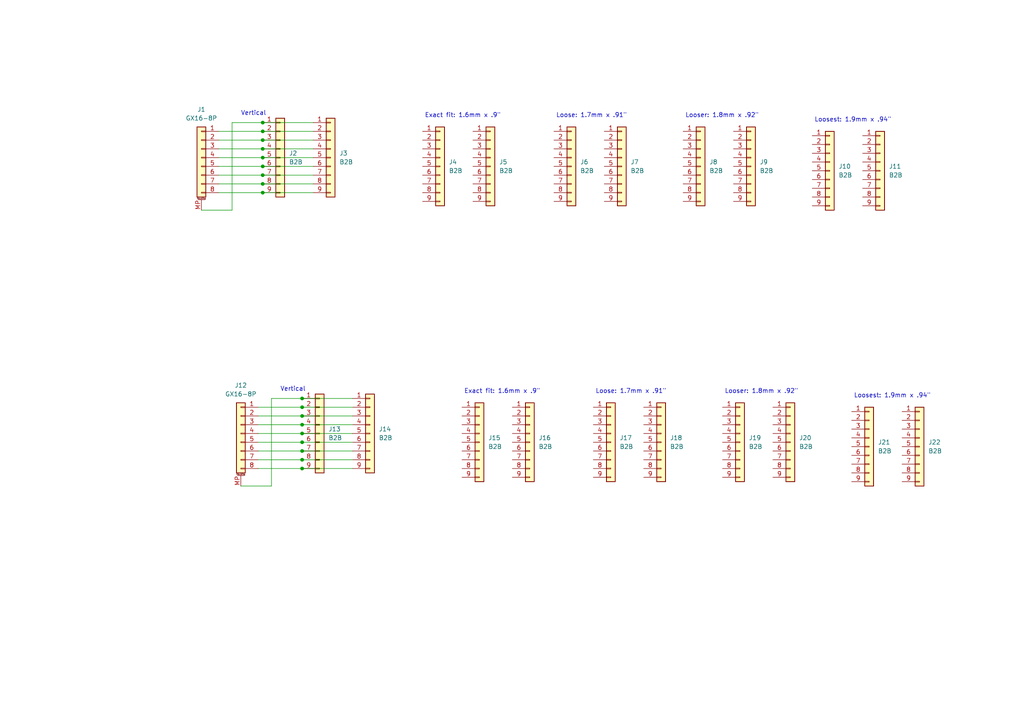
<source format=kicad_sch>
(kicad_sch (version 20211123) (generator eeschema)
  (paper "A4")
  (lib_symbols
    (symbol "Connector_Generic:Conn_01x09" (pin_names (offset 1.016) hide)
      (property "Reference" "J" (at 0 12.7 0))
      (property "Value" "Conn_01x09" (at 0 -12.7 0))
      (symbol "Conn_01x09_1_1"
        (rectangle (start -1.27 -10.033) (end 0 -10.287) (stroke (width 0.1524)))
        (rectangle (start -1.27 -7.493) (end 0 -7.747) (stroke (width 0.1524)))
        (rectangle (start -1.27 -4.953) (end 0 -5.207) (stroke (width 0.1524)))
        (rectangle (start -1.27 -2.413) (end 0 -2.667) (stroke (width 0.1524)))
        (rectangle (start -1.27 0.127) (end 0 -0.127) (stroke (width 0.1524)))
        (rectangle (start -1.27 2.667) (end 0 2.413) (stroke (width 0.1524)))
        (rectangle (start -1.27 5.207) (end 0 4.953) (stroke (width 0.1524)))
        (rectangle (start -1.27 7.747) (end 0 7.493) (stroke (width 0.1524)))
        (rectangle (start -1.27 10.287) (end 0 10.033) (stroke (width 0.1524)))
        (rectangle (start -1.27 11.43) (end 1.27 -11.43) (stroke (width 0.254)) (fill (type background)))
        (pin passive line (at -5.08 10.16 0) (length 3.81) (name "Pin_1") (number "1"))
        (pin passive line (at -5.08 7.62 0) (length 3.81) (name "Pin_2") (number "2"))
        (pin passive line (at -5.08 5.08 0) (length 3.81) (name "Pin_3") (number "3"))
        (pin passive line (at -5.08 2.54 0) (length 3.81) (name "Pin_4") (number "4"))
        (pin passive line (at -5.08 0 0) (length 3.81) (name "Pin_5") (number "5"))
        (pin passive line (at -5.08 -2.54 0) (length 3.81) (name "Pin_6") (number "6"))
        (pin passive line (at -5.08 -5.08 0) (length 3.81) (name "Pin_7") (number "7"))
        (pin passive line (at -5.08 -7.62 0) (length 3.81) (name "Pin_8") (number "8"))
        (pin passive line (at -5.08 -10.16 0) (length 3.81) (name "Pin_9") (number "9"))
      )
    )
    (symbol "Connector_Generic_MountingPin:Conn_01x08_MountingPin" (pin_names (offset 1.016) hide)
      (property "Reference" "J" (at 0 10.16 0))
      (property "Value" "Conn_01x08_MountingPin" (at 1.27 -12.7 0))
      (symbol "Conn_01x08_MountingPin_1_1"
        (rectangle (start -1.27 -10.033) (end 0 -10.287) (stroke (width 0.1524)))
        (rectangle (start -1.27 -7.493) (end 0 -7.747) (stroke (width 0.1524)))
        (rectangle (start -1.27 -4.953) (end 0 -5.207) (stroke (width 0.1524)))
        (rectangle (start -1.27 -2.413) (end 0 -2.667) (stroke (width 0.1524)))
        (rectangle (start -1.27 0.127) (end 0 -0.127) (stroke (width 0.1524)))
        (rectangle (start -1.27 2.667) (end 0 2.413) (stroke (width 0.1524)))
        (rectangle (start -1.27 5.207) (end 0 4.953) (stroke (width 0.1524)))
        (rectangle (start -1.27 7.747) (end 0 7.493) (stroke (width 0.1524)))
        (rectangle (start -1.27 8.89) (end 1.27 -11.43) (stroke (width 0.254)) (fill (type background)))
        (polyline (pts (xy -1.016 -12.192) (xy 1.016 -12.192)) (stroke (width 0.1524)))
        (text "Mounting" (at 0 -11.811 0) (effects (font (size 0.381 0.381))))
        (pin passive line (at -5.08 7.62 0) (length 3.81) (name "Pin_1") (number "1"))
        (pin passive line (at -5.08 5.08 0) (length 3.81) (name "Pin_2") (number "2"))
        (pin passive line (at -5.08 2.54 0) (length 3.81) (name "Pin_3") (number "3"))
        (pin passive line (at -5.08 0 0) (length 3.81) (name "Pin_4") (number "4"))
        (pin passive line (at -5.08 -2.54 0) (length 3.81) (name "Pin_5") (number "5"))
        (pin passive line (at -5.08 -5.08 0) (length 3.81) (name "Pin_6") (number "6"))
        (pin passive line (at -5.08 -7.62 0) (length 3.81) (name "Pin_7") (number "7"))
        (pin passive line (at -5.08 -10.16 0) (length 3.81) (name "Pin_8") (number "8"))
        (pin passive line (at 0 -15.24 90) (length 3.048) (name "MountPin") (number "MP"))
      )
    )
  )
  (junction (at 76.2 53.34))
  (junction (at 87.63 130.81))
  (junction (at 87.63 133.35))
  (junction (at 76.2 48.26))
  (junction (at 87.63 120.65))
  (junction (at 87.63 123.19))
  (junction (at 76.2 38.1))
  (junction (at 87.63 115.57))
  (junction (at 76.2 55.88))
  (junction (at 87.63 125.73))
  (junction (at 76.2 35.56))
  (junction (at 87.63 128.27))
  (junction (at 76.2 43.18))
  (junction (at 87.63 135.89))
  (junction (at 76.2 40.64))
  (junction (at 76.2 50.8))
  (junction (at 87.63 118.11))
  (junction (at 76.2 45.72))
  (wire (pts (xy 63.5 53.34) (xy 76.2 53.34)))
  (wire (pts (xy 63.5 40.64) (xy 76.2 40.64)))
  (wire (pts (xy 87.63 133.35) (xy 102.235 133.35)))
  (wire (pts (xy 87.63 128.27) (xy 102.235 128.27)))
  (wire (pts (xy 76.2 50.8) (xy 90.805 50.8)))
  (wire (pts (xy 74.93 118.11) (xy 87.63 118.11)))
  (wire (pts (xy 87.63 125.73) (xy 102.235 125.73)))
  (wire (pts (xy 67.31 35.56) (xy 76.2 35.56)))
  (wire (pts (xy 74.93 125.73) (xy 87.63 125.73)))
  (wire (pts (xy 76.2 53.34) (xy 90.805 53.34)))
  (wire (pts (xy 63.5 38.1) (xy 76.2 38.1)))
  (wire (pts (xy 78.74 115.57) (xy 87.63 115.57)))
  (wire (pts (xy 63.5 48.26) (xy 76.2 48.26)))
  (wire (pts (xy 87.63 115.57) (xy 102.235 115.57)))
  (wire (pts (xy 87.63 123.19) (xy 102.235 123.19)))
  (wire (pts (xy 58.42 60.96) (xy 67.31 60.96)))
  (wire (pts (xy 78.74 140.97) (xy 78.74 115.57)))
  (wire (pts (xy 74.93 123.19) (xy 87.63 123.19)))
  (wire (pts (xy 76.2 48.26) (xy 90.805 48.26)))
  (wire (pts (xy 69.85 140.97) (xy 78.74 140.97)))
  (wire (pts (xy 76.2 35.56) (xy 90.805 35.56)))
  (wire (pts (xy 63.5 43.18) (xy 76.2 43.18)))
  (wire (pts (xy 87.63 120.65) (xy 102.235 120.65)))
  (wire (pts (xy 87.63 135.89) (xy 102.235 135.89)))
  (wire (pts (xy 74.93 135.89) (xy 87.63 135.89)))
  (wire (pts (xy 63.5 50.8) (xy 76.2 50.8)))
  (wire (pts (xy 63.5 55.88) (xy 76.2 55.88)))
  (wire (pts (xy 74.93 133.35) (xy 87.63 133.35)))
  (wire (pts (xy 63.5 45.72) (xy 76.2 45.72)))
  (wire (pts (xy 74.93 120.65) (xy 87.63 120.65)))
  (wire (pts (xy 76.2 40.64) (xy 90.805 40.64)))
  (wire (pts (xy 87.63 130.81) (xy 102.235 130.81)))
  (wire (pts (xy 67.31 60.96) (xy 67.31 35.56)))
  (wire (pts (xy 76.2 45.72) (xy 90.805 45.72)))
  (wire (pts (xy 76.2 43.18) (xy 90.805 43.18)))
  (wire (pts (xy 76.2 38.1) (xy 90.805 38.1)))
  (wire (pts (xy 87.63 118.11) (xy 102.235 118.11)))
  (wire (pts (xy 74.93 128.27) (xy 87.63 128.27)))
  (wire (pts (xy 74.93 130.81) (xy 87.63 130.81)))
  (wire (pts (xy 76.2 55.88) (xy 90.805 55.88)))
  (text "Exact fit: 1.6mm x .9\"" (at 123.19 34.29 0) (effects (font (size 1.27 1.27)) (justify left bottom)))
  (text "Loosest: 1.9mm x .94\"" (at 247.65 115.57 0) (effects (font (size 1.27 1.27)) (justify left bottom)))
  (text "Looser: 1.8mm x .92\"" (at 210.185 114.3 0) (effects (font (size 1.27 1.27)) (justify left bottom)))
  (text "Loose: 1.7mm x .91\"" (at 161.29 34.29 0) (effects (font (size 1.27 1.27)) (justify left bottom)))
  (text "Vertical" (at 69.85 33.655 0) (effects (font (size 1.27 1.27)) (justify left bottom)))
  (text "Loosest: 1.9mm x .94\"" (at 236.22 35.56 0) (effects (font (size 1.27 1.27)) (justify left bottom)))
  (text "Vertical" (at 81.28 113.665 0) (effects (font (size 1.27 1.27)) (justify left bottom)))
  (text "Exact fit: 1.6mm x .9\"" (at 134.62 114.3 0) (effects (font (size 1.27 1.27)) (justify left bottom)))
  (text "Looser: 1.8mm x .92\"" (at 198.755 34.29 0) (effects (font (size 1.27 1.27)) (justify left bottom)))
  (text "Loose: 1.7mm x .91\"" (at 172.72 114.3 0) (effects (font (size 1.27 1.27)) (justify left bottom)))
  (symbol (lib_id "Connector_Generic:Conn_01x09") (at 252.095 129.54 0) (unit 1)
    (property "Reference" "J21" (at 254.635 128.2699 0) (effects (justify left)))
    (property "Value" "B2B" (at 254.635 130.8099 0) (effects (justify left)))
    (property "Footprint" "Libraries:Conn_B2B-RA_2.54mm_9pin_LtoR" (effects hide))
  )
  (symbol (lib_id "Connector_Generic:Conn_01x09") (at 177.165 128.27 0) (unit 1)
    (property "Reference" "J17" (at 179.705 126.9999 0) (effects (justify left)))
    (property "Value" "B2B" (at 179.705 129.5399 0) (effects (justify left)))
    (property "Footprint" "Libraries:Conn_B2B-RA_2.54mm_9pin_LtoR" (effects hide))
  )
  (symbol (lib_id "Connector_Generic:Conn_01x09") (at 153.67 128.27 0) (unit 1)
    (property "Reference" "J16" (at 156.21 126.9999 0) (effects (justify left)))
    (property "Value" "B2B" (at 156.21 129.5399 0) (effects (justify left)))
    (property "Footprint" "Libraries:Conn_B2B-RA_2.54mm_9pin_RtoL" (effects hide))
  )
  (symbol (lib_id "Connector_Generic:Conn_01x09") (at 180.34 48.26 0) (unit 1)
    (property "Reference" "J7" (at 182.88 46.9899 0) (effects (justify left)))
    (property "Value" "B2B" (at 182.88 49.5299 0) (effects (justify left)))
    (property "Footprint" "Libraries:Conn_B2B-RA_2.54mm_9pin_RtoL" (effects hide))
  )
  (symbol (lib_id "Connector_Generic:Conn_01x09") (at 127.635 48.26 0) (unit 1)
    (property "Reference" "J4" (at 130.175 46.9899 0) (effects (justify left)))
    (property "Value" "B2B" (at 130.175 49.5299 0) (effects (justify left)))
    (property "Footprint" "Libraries:Conn_B2B-RA_2.54mm_9pin_LtoR" (effects hide))
  )
  (symbol (lib_id "Connector_Generic:Conn_01x09") (at 81.28 45.72 0) (unit 1)
    (property "Reference" "J2" (at 83.82 44.4499 0) (effects (justify left)))
    (property "Value" "B2B" (at 83.82 46.9899 0) (effects (justify left)))
    (property "Footprint" "Libraries:Conn_B2B-RA_2.54mm_9pin_LtoR" (effects hide))
  )
  (symbol (lib_id "Connector_Generic:Conn_01x09") (at 142.24 48.26 0) (unit 1)
    (property "Reference" "J5" (at 144.78 46.9899 0) (effects (justify left)))
    (property "Value" "B2B" (at 144.78 49.5299 0) (effects (justify left)))
    (property "Footprint" "Libraries:Conn_B2B-RA_2.54mm_9pin_RtoL" (effects hide))
  )
  (symbol (lib_id "Connector_Generic:Conn_01x09") (at 255.27 49.53 0) (unit 1)
    (property "Reference" "J11" (at 257.81 48.2599 0) (effects (justify left)))
    (property "Value" "B2B" (at 257.81 50.7999 0) (effects (justify left)))
    (property "Footprint" "Libraries:Conn_B2B-RA_2.54mm_9pin_RtoL" (effects hide))
  )
  (symbol (lib_id "Connector_Generic:Conn_01x09") (at 191.77 128.27 0) (unit 1)
    (property "Reference" "J18" (at 194.31 126.9999 0) (effects (justify left)))
    (property "Value" "B2B" (at 194.31 129.5399 0) (effects (justify left)))
    (property "Footprint" "Libraries:Conn_B2B-RA_2.54mm_9pin_RtoL" (effects hide))
  )
  (symbol (lib_id "Connector_Generic:Conn_01x09") (at 107.315 125.73 0) (unit 1)
    (property "Reference" "J14" (at 109.855 124.4599 0) (effects (justify left)))
    (property "Value" "B2B" (at 109.855 126.9999 0) (effects (justify left)))
    (property "Footprint" "Libraries:Conn_B2B-RA_2.54mm_9pin_RtoL" (effects hide))
  )
  (symbol (lib_id "Connector_Generic:Conn_01x09") (at 217.805 48.26 0) (unit 1)
    (property "Reference" "J9" (at 220.345 46.9899 0) (effects (justify left)))
    (property "Value" "B2B" (at 220.345 49.5299 0) (effects (justify left)))
    (property "Footprint" "Libraries:Conn_B2B-RA_2.54mm_9pin_RtoL" (effects hide))
  )
  (symbol (lib_id "Connector_Generic:Conn_01x09") (at 214.63 128.27 0) (unit 1)
    (property "Reference" "J19" (at 217.17 126.9999 0) (effects (justify left)))
    (property "Value" "B2B" (at 217.17 129.5399 0) (effects (justify left)))
    (property "Footprint" "Libraries:Conn_B2B-RA_2.54mm_9pin_LtoR" (effects hide))
  )
  (symbol (lib_id "Connector_Generic:Conn_01x09") (at 139.065 128.27 0) (unit 1)
    (property "Reference" "J15" (at 141.605 126.9999 0) (effects (justify left)))
    (property "Value" "B2B" (at 141.605 129.5399 0) (effects (justify left)))
    (property "Footprint" "Libraries:Conn_B2B-RA_2.54mm_9pin_LtoR" (effects hide))
  )
  (symbol (lib_id "Connector_Generic_MountingPin:Conn_01x08_MountingPin") (at 58.42 45.72 0) (mirror y) (unit 1)
    (property "Reference" "J1" (at 58.42 31.75 0))
    (property "Value" "GX16-8P" (at 58.42 34.29 0))
    (property "Footprint" "Libraries:Conn_GX16-8_8pin_Aviation" (effects hide))
  )
  (symbol (lib_id "Connector_Generic:Conn_01x09") (at 92.71 125.73 0) (unit 1)
    (property "Reference" "J13" (at 95.25 124.4599 0) (effects (justify left)))
    (property "Value" "B2B" (at 95.25 126.9999 0) (effects (justify left)))
    (property "Footprint" "Libraries:Conn_B2B-RA_2.54mm_9pin_LtoR" (effects hide))
  )
  (symbol (lib_id "Connector_Generic:Conn_01x09") (at 95.885 45.72 0) (unit 1)
    (property "Reference" "J3" (at 98.425 44.4499 0) (effects (justify left)))
    (property "Value" "B2B" (at 98.425 46.9899 0) (effects (justify left)))
    (property "Footprint" "Libraries:Conn_B2B-RA_2.54mm_9pin_RtoL" (effects hide))
  )
  (symbol (lib_id "Connector_Generic:Conn_01x09") (at 266.7 129.54 0) (unit 1)
    (property "Reference" "J22" (at 269.24 128.2699 0) (effects (justify left)))
    (property "Value" "B2B" (at 269.24 130.8099 0) (effects (justify left)))
    (property "Footprint" "Libraries:Conn_B2B-RA_2.54mm_9pin_RtoL" (effects hide))
  )
  (symbol (lib_id "Connector_Generic:Conn_01x09") (at 240.665 49.53 0) (unit 1)
    (property "Reference" "J10" (at 243.205 48.2599 0) (effects (justify left)))
    (property "Value" "B2B" (at 243.205 50.7999 0) (effects (justify left)))
    (property "Footprint" "Libraries:Conn_B2B-RA_2.54mm_9pin_LtoR" (effects hide))
  )
  (symbol (lib_id "Connector_Generic_MountingPin:Conn_01x08_MountingPin") (at 69.85 125.73 0) (mirror y) (unit 1)
    (property "Reference" "J12" (at 69.85 111.76 0))
    (property "Value" "GX16-8P" (at 69.85 114.3 0))
    (property "Footprint" "Libraries:Conn_GX16-8_8pin_Aviation" (effects hide))
  )
  (symbol (lib_id "Connector_Generic:Conn_01x09") (at 229.235 128.27 0) (unit 1)
    (property "Reference" "J20" (at 231.775 126.9999 0) (effects (justify left)))
    (property "Value" "B2B" (at 231.775 129.5399 0) (effects (justify left)))
    (property "Footprint" "Libraries:Conn_B2B-RA_2.54mm_9pin_RtoL" (effects hide))
  )
  (symbol (lib_id "Connector_Generic:Conn_01x09") (at 165.735 48.26 0) (unit 1)
    (property "Reference" "J6" (at 168.275 46.9899 0) (effects (justify left)))
    (property "Value" "B2B" (at 168.275 49.5299 0) (effects (justify left)))
    (property "Footprint" "Libraries:Conn_B2B-RA_2.54mm_9pin_LtoR" (effects hide))
  )
  (symbol (lib_id "Connector_Generic:Conn_01x09") (at 203.2 48.26 0) (unit 1)
    (property "Reference" "J8" (at 205.74 46.9899 0) (effects (justify left)))
    (property "Value" "B2B" (at 205.74 49.5299 0) (effects (justify left)))
    (property "Footprint" "Libraries:Conn_B2B-RA_2.54mm_9pin_LtoR" (effects hide))
  )
)
</source>
